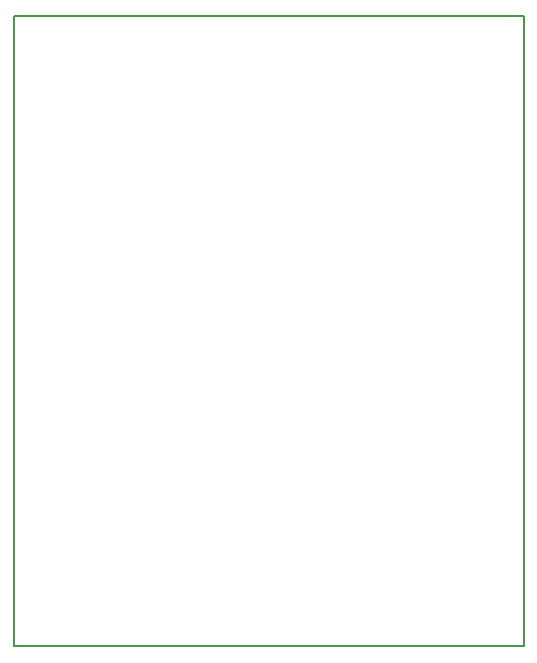
<source format=gm1>
G04 #@! TF.FileFunction,Profile,NP*
%FSLAX46Y46*%
G04 Gerber Fmt 4.6, Leading zero omitted, Abs format (unit mm)*
G04 Created by KiCad (PCBNEW (2015-10-31 BZR 6288)-product) date Tuesday, November 24, 2015 'PMt' 09:59:33 PM*
%MOMM*%
G01*
G04 APERTURE LIST*
%ADD10C,0.100000*%
%ADD11C,0.150000*%
G04 APERTURE END LIST*
D10*
D11*
X156210000Y-53340000D02*
X156210000Y-106680000D01*
X113030000Y-53340000D02*
X156210000Y-53340000D01*
X113030000Y-106680000D02*
X113030000Y-53340000D01*
X156210000Y-106680000D02*
X113030000Y-106680000D01*
M02*

</source>
